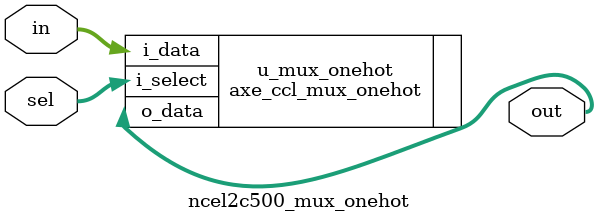
<source format=sv>

module ncel2c500_mux_onehot (
  out,
  sel,
  in
);
  parameter N = 2;
  parameter W = 8;

  output [W - 1:0] out;
  input [N - 1:0] sel;
  input [(N * W) - 1:0] in;

  axe_ccl_mux_onehot #(
    .DataWidth(W),
    .NumInputs(N)
  ) u_mux_onehot (
    .i_data(in),
    .i_select(sel),
    .o_data(out)
  );

endmodule

</source>
